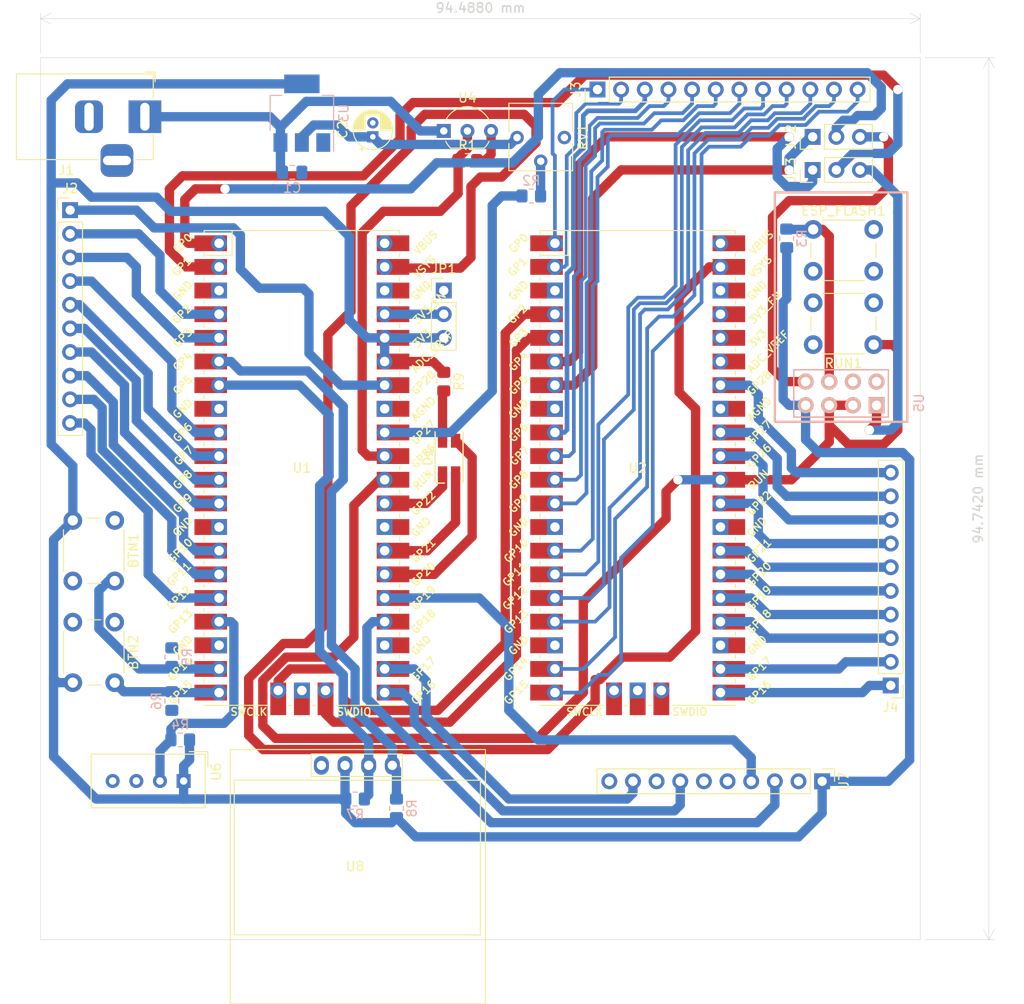
<source format=kicad_pcb>
(kicad_pcb (version 20211014) (generator pcbnew)
  (layers (0 "F.Cu" signal) (31 "B.Cu" signal) (34 "B.Paste" user) (35 "F.Paste" user) (36 "B.SilkS" user "B.Silkscreen") (37 "F.SilkS" user "F.Silkscreen") (38 "B.Mask" user) (39 "F.Mask" user) (44 "Edge.Cuts" user))
  (net 0 "")
  (net 1 "/PICO_BTN1")
  (net 2 "+3V3")
  (net 3 "/PICO_BTN2")
  (net 4 "VDC")
  (net 5 "GND")
  (net 6 "/PICO_RLED")
  (net 7 "/PICO_GLED")
  (net 8 "/PICO_BLED")
  (net 9 "/ESP_FLASH")
  (net 10 "/PICO_GPIO2")
  (net 11 "/PICO_GPIO3")
  (net 12 "/PICO_GPIO6")
  (net 13 "/PICO_GPIO7")
  (net 14 "/PICO_GPIO8")
  (net 15 "/PICO_GPIO9")
  (net 16 "/PICO_GPIO10")
  (net 17 "/PICO_GPIO11")
  (net 18 "/PICO_GPIO12")
  (net 19 "/PROBE_GPIO0")
  (net 20 "/PROBE_GPIO1")
  (net 21 "/PROBE_GPIO6")
  (net 22 "/PROBE_GPIO7")
  (net 23 "/PROBE_GPIO8")
  (net 24 "/PROBE_GPIO9")
  (net 25 "/PROBE_GPIO10")
  (net 26 "/PROBE_GPIO11")
  (net 27 "/PROBE_GPIO12")
  (net 28 "/PROBE_GPIO13")
  (net 29 "/PROBE_GPIO14")
  (net 30 "/PROBE_GPIO15")
  (net 31 "Net-(JP1-Pad2)")
  (net 32 "/PROBE_RX")
  (net 33 "/PICO_GPIO28")
  (net 34 "/ESP_RX")
  (net 35 "/PROBE_TX")
  (net 36 "/ESP_TX")
  (net 37 "/PICO_ADC0")
  (net 38 "Net-(R2-Pad1)")
  (net 39 "/PICO_ADC1")
  (net 40 "/PICO_DHT11")
  (net 41 "/PICO_I2C0_SCL")
  (net 42 "/PICO_I2C0_SDA")
  (net 43 "/RUN")
  (net 44 "/PICO_UART0_TX")
  (net 45 "/PICO_UART0_RX")
  (net 46 "/PICO_SPI0_RX")
  (net 47 "/PICO_SPI0_CSn")
  (net 48 "/PICO_SPI0_SCK")
  (net 49 "/PICO_SPI0_TX")
  (net 50 "/VSYSB")
  (net 52 "/PROBE_SWCLK")
  (net 53 "/PROBE_SWDIO")
  (net 54 "/PROBE_GPIO16")
  (net 55 "/PROBE_GPIO17")
  (net 56 "/PROBE_GPIO18")
  (net 57 "/PROBE_GPIO19")
  (net 58 "/PROBE_GPIO20")
  (net 59 "/PROBE_GPIO21")
  (net 60 "/PROBE_GPIO22")
  (net 62 "/PROBE_GPIO26")
  (net 63 "/PROBE_GPIO27")
  (net 64 "/PROBE_GPIO28")
  (net 65 "Net-(U2-Pad35)")
  (net 72 "Net-(D1-Pad4)")
  (footprint "Resistor_SMD:R_0805_2012Metric_Pad1.20x1.40mm_HandSolder" (layer "F.Cu") (at 121.92 56.769 -90)
    (fp_text reference "R9")
    (fp_text value "330")
  )
  (footprint "Button_Switch_THT:SW_PUSH_6mm_H5mm" (layer "F.Cu") (at 161.596 40.422)
    (fp_text reference "ESP_FLASH1")
    (fp_text value "SW_Push")
  )
  (footprint "Connector_PinHeader_2.54mm:PinHeader_1x12_P2.54mm_Vertical" (layer "F.Cu") (at 138.43 25.4 90)
    (fp_text reference "J3")
    (fp_text value "Conn_01x12")
  )
  (footprint "Connector_PinHeader_2.54mm:PinHeader_1x03_P2.54mm_Vertical" (layer "F.Cu") (at 161.544 30.48 90)
    (fp_text reference "JP2")
    (fp_text value "Conn_01x03")
  )
  (footprint "Connector_PinHeader_2.54mm:PinHeader_1x03_P2.54mm_Vertical" (layer "F.Cu") (at 121.92 46.99)
    (fp_text reference "JP1")
    (fp_text value "Conn_01x03")
  )
  (footprint "LED_SMD:LED_RGB_1210" (layer "F.Cu") (at 122.49 64.869 90)
    (fp_text reference "D1")
    (fp_text value "LED_RGBA")
  )
  (footprint "MCU_RaspberryPi_and_Boards:RPi_Pico_SMD_TH" (layer "F.Cu") (at 142.748 66.04)
    (fp_text reference "U2")
    (fp_text value "Rasbperry Pi Pico Probe")
  )
  (footprint "Connector_PinHeader_2.54mm:PinHeader_1x03_P2.54mm_Vertical" (layer "F.Cu") (at 161.544 34.036 90)
    (fp_text reference "JP3")
    (fp_text value "Conn_01x03")
  )
  (footprint "Capacitor_THT:CP_Radial_D4.0mm_P1.50mm" (layer "F.Cu") (at 114.3 30.48 90)
    (fp_text reference "C2")
    (fp_text value "10u")
  )
  (footprint "Package_TO_SOT_THT:TO-92_Inline_Wide" (layer "F.Cu") (at 121.92 29.845)
    (fp_text reference "U4")
    (fp_text value "LM35-LP")
  )
  (footprint "Connector_BarrelJack:BarrelJack_Horizontal" (layer "F.Cu") (at 89.82 28.32)
    (fp_text reference "J1")
    (fp_text value "Barrel_Jack_MountingPin")
  )
  (footprint "Button_Switch_THT:SW_PUSH_6mm_H5mm" (layer "F.Cu") (at 86.578 82.602 -90)
    (fp_text reference "BTN2")
    (fp_text value "SW_Push")
  )
  (footprint "Button_Switch_THT:SW_PUSH_6mm_H5mm" (layer "F.Cu") (at 168.096 52.796 180)
    (fp_text reference "RUN1")
    (fp_text value "SW_Push")
  )
  (footprint "Connector_PinHeader_2.54mm:PinHeader_1x10_P2.54mm_Vertical" (layer "F.Cu") (at 169.926 89.403 180)
    (fp_text reference "J4")
    (fp_text value "Conn_01x10")
  )
  (footprint "Potentiometer_THT:Potentiometer_Vishay_T73YP_Vertical" (layer "F.Cu") (at 129.794 30.555 -90)
    (fp_text reference "RV1")
    (fp_text value "R_Potentiometer")
  )
  (footprint "Resistor_SMD:R_0805_2012Metric_Pad1.20x1.40mm_HandSolder" (layer "F.Cu") (at 124.46 33.02)
    (fp_text reference "R1")
    (fp_text value "1K")
  )
  (footprint "Button_Switch_THT:SW_PUSH_6mm_H5mm" (layer "F.Cu") (at 86.578 71.68 -90)
    (fp_text reference "BTN1")
    (fp_text value "SW_Push")
  )
  (footprint "Sensor:Aosong_DHT11_5.5x12.0_P2.54mm" (layer "F.Cu") (at 93.98 99.6655 -90)
    (fp_text reference "U6")
    (fp_text value "DHT11")
  )
  (footprint "SSD1306:128x64OLED" (layer "F.Cu") (at 112.395 108.585)
    (fp_text reference "U8")
    (fp_text value "SSD1306")
  )
  (footprint "MCU_RaspberryPi_and_Boards:RPi_Pico_SMD_TH" (layer "F.Cu") (at 106.68 66.04)
    (fp_text reference "U1")
    (fp_text value "Raspberry Pi Pico")
  )
  (footprint "Connector_PinHeader_2.54mm:PinHeader_1x10_P2.54mm_Vertical" (layer "F.Cu") (at 162.56 99.695 -90)
    (fp_text reference "U7")
    (fp_text value "MPU9250")
  )
  (footprint "Connector_PinHeader_2.54mm:PinHeader_1x10_P2.54mm_Vertical" (layer "F.Cu") (at 81.788 38.354)
    (fp_text reference "J2")
    (fp_text value "Conn_01x10")
  )
  (footprint "Resistor_SMD:R_0805_2012Metric_Pad1.20x1.40mm_HandSolder" (layer "B.Cu") (at 92.71 86.36 90)
    (fp_text reference "R5")
    (fp_text value "10K")
  )
  (footprint "Resistor_SMD:R_0805_2012Metric_Pad1.20x1.40mm_HandSolder" (layer "B.Cu") (at 92.71 91.075 -90)
    (fp_text reference "R6")
    (fp_text value "10K")
  )
  (footprint "Resistor_SMD:R_0805_2012Metric_Pad1.20x1.40mm_HandSolder" (layer "B.Cu") (at 116.84 102.6 90)
    (fp_text reference "R8")
    (fp_text value "4K7")
  )
  (footprint "Resistor_SMD:R_0805_2012Metric_Pad1.20x1.40mm_HandSolder" (layer "B.Cu") (at 131.318 36.83 180)
    (fp_text reference "R2")
    (fp_text value "100")
  )
  (footprint "Resistor_SMD:R_0805_2012Metric_Pad1.20x1.40mm_HandSolder" (layer "B.Cu") (at 112.395 101.6)
    (fp_text reference "R7")
    (fp_text value "4K7")
  )
  (footprint "Resistor_SMD:R_0805_2012Metric_Pad1.20x1.40mm_HandSolder" (layer "B.Cu") (at 158.75 41.386 90)
    (fp_text reference "R3")
    (fp_text value "10K")
  )
  (footprint "ESP Libraries:ESP-01" (layer "B.Cu") (at 168.402 59.309 90)
    (fp_text reference "U5")
    (fp_text value "ESP-01")
  )
  (footprint "Capacitor_SMD:C_0805_2012Metric_Pad1.18x1.45mm_HandSolder" (layer "B.Cu") (at 105.6425 34.29)
    (fp_text reference "C1")
    (fp_text value "10u")
  )
  (footprint "Resistor_SMD:R_0805_2012Metric_Pad1.20x1.40mm_HandSolder" (layer "B.Cu") (at 93.615 95.25 180)
    (fp_text reference "R4")
    (fp_text value "4K7")
  )
  (footprint "Package_TO_SOT_SMD:SOT-223-3_TabPin2" (layer "B.Cu") (at 106.68 27.94 90)
    (fp_text reference "U3")
    (fp_text value "AMS1117-3.3")
  )
  (gr_rect (start 78.613 21.971) (end 173.101 116.713) (layer "Edge.Cuts") (width 0.05) (fill none))
  (dimension (type aligned) (layer "Edge.Cuts") (pts (xy 78.613 21.971) (xy 173.101 21.971)) (height -4.191) (gr_text "94.4880 mm" (at 125.857 16.63) (layer "Edge.Cuts") (effects (font (size 1 1) (thickness 0.15)))) (format (units 3) (units_format 1) (precision 4)) (style (thickness 0.05) (arrow_length 1.27) (text_position_mode 0) (extension_height 0.58642) (extension_offset 0.5) keep_text_aligned))
  (dimension (type aligned) (layer "Edge.Cuts") (pts (xy 173.101 116.713) (xy 173.101 21.971)) (height 7.366) (gr_text "94.7420 mm" (at 179.317 69.342 90) (layer "Edge.Cuts") (effects (font (size 1 1) (thickness 0.15)))) (format (units 3) (units_format 1) (precision 4)) (style (thickness 0.05) (arrow_length 1.27) (text_position_mode 0) (extension_height 0.58642) (extension_offset 0.5) keep_text_aligned))
  (segment (start 89.202527 87.63) (end 92.44 87.63) (width 1) (layer "B.Cu") (net 1))
  (segment (start 84.878489 83.305962) (end 89.202527 87.63) (width 1) (layer "B.Cu") (net 1))
  (segment (start 86.526 78.232) (end 85.852 78.232) (width 1) (layer "B.Cu") (net 1))
  (segment (start 92.44 87.63) (end 92.71 87.36) (width 1) (layer "B.Cu") (net 1))
  (segment (start 92.98 87.63) (end 92.71 87.36) (width 1) (layer "B.Cu") (net 1))
  (segment (start 85.852 78.232) (end 84.878489 79.205511) (width 1) (layer "B.Cu") (net 1))
  (segment (start 97.79 87.63) (end 92.98 87.63) (width 1) (layer "B.Cu") (net 1))
  (segment (start 84.878489 79.205511) (end 84.878489 83.305962) (width 1) (layer "B.Cu") (net 1))
  (segment (start 86.578 78.18) (end 86.526 78.232) (width 1) (layer "B.Cu") (net 1))
  (segment (start 115.57 54.61) (end 120.761 54.61) (width 1) (layer "F.Cu") (net 2))
  (segment (start 120.761 54.61) (end 121.92 55.769) (width 1) (layer "F.Cu") (net 2))
  (segment (start 107.95 29.21) (end 106.68 30.48) (width 1) (layer "B.Cu") (net 2))
  (segment (start 160.782 62.992) (end 160.782 59.309) (width 1) (layer "B.Cu") (net 2))
  (segment (start 109.093 38.481) (end 92.583 38.481) (width 1) (layer "B.Cu") (net 2))
  (segment (start 84.074 36.957) (end 82.55 35.433) (width 1) (layer "B.Cu") (net 2))
  (segment (start 159.004 59.309) (end 158.369 58.674) (width 1) (layer "B.Cu") (net 2))
  (segment (start 93.98 101.6) (end 84.582 101.6) (width 1) (layer "B.Cu") (net 2))
  (segment (start 91.059 36.957) (end 84.074 36.957) (width 1) (layer "B.Cu") (net 2))
  (segment (start 80.01 73.748) (end 82.078 71.68) (width 1) (layer "B.Cu") (net 2))
  (segment (start 106.68 30.48) (end 106.68 31.09) (width 1) (layer "B.Cu") (net 2))
  (segment (start 171.958 97.409) (end 171.958 65.151) (width 1) (layer "B.Cu") (net 2))
  (segment (start 111.395 101.6) (end 96.52 101.6) (width 1) (layer "B.Cu") (net 2))
  (segment (start 93.98 99.6655) (end 93.98 98.044) (width 1) (layer "B.Cu") (net 2))
  (segment (start 115.57 52.07) (end 121.92 52.07) (width 1) (layer "B.Cu") (net 2))
  (segment (start 79.883 35.433) (end 79.756 35.56) (width 1) (layer "B.Cu") (net 2))
  (segment (start 115.57 52.07) (end 113.665 52.07) (width 1) (layer "B.Cu") (net 2))
  (segment (start 111.395 101.6) (end 111.395 103.14) (width 1) (layer "B.Cu") (net 2))
  (segment (start 80.01 88.646) (end 80.01 73.748) (width 1) (layer "B.Cu") (net 2))
  (segment (start 116.3 104.14) (end 116.84 103.6) (width 1) (layer "B.Cu") (net 2))
  (segment (start 162.56 99.695) (end 162.56 103.124) (width 1) (layer "B.Cu") (net 2))
  (segment (start 111.395 103.14) (end 112.395 104.14) (width 1) (layer "B.Cu") (net 2))
  (segment (start 158.75 42.386) (end 158.75 47.879) (width 1) (layer "B.Cu") (net 2))
  (segment (start 160.782 59.309) (end 159.004 59.309) (width 1) (layer "B.Cu") (net 2))
  (segment (start 92.583 38.481) (end 91.059 36.957) (width 1) (layer "B.Cu") (net 2))
  (segment (start 80.01 97.028) (end 80.01 88.646) (width 1) (layer "B.Cu") (net 2))
  (segment (start 93.98 98.044) (end 94.615 97.409) (width 1) (layer "B.Cu") (net 2))
  (segment (start 79.756 35.56) (end 79.756 26.543) (width 1) (layer "B.Cu") (net 2))
  (segment (start 93.98 101.6) (end 93.98 99.6655) (width 1) (layer "B.Cu") (net 2))
  (segment (start 112.395 104.14) (end 116.3 104.14) (width 1) (layer "B.Cu") (net 2))
  (segment (start 82.931 99.949) (end 83.394011 100.412011) (width 1) (layer "B.Cu") (net 2))
  (segment (start 110.49 29.21) (end 107.95 29.21) (width 1) (layer "B.Cu") (net 2))
  (segment (start 111.315 97.985) (end 111.315 101.52) (width 1) (layer "B.Cu") (net 2))
  (segment (start 158.75 47.879) (end 158.369 48.26) (width 1) (layer "B.Cu") (net 2))
  (segment (start 80.01 97.028) (end 82.931 99.949) (width 1) (layer "B.Cu") (net 2))
  (segment (start 171.958 65.151) (end 171.196 64.389) (width 1) (layer "B.Cu") (net 2))
  (segment (start 111.76 41.148) (end 109.093 38.481) (width 1) (layer "B.Cu") (net 2))
  (segment (start 80.01 88.646) (end 80.466 89.102) (width 1) (layer "B.Cu") (net 2))
  (segment (start 111.315 101.52) (end 111.395 101.6) (width 1) (layer "B.Cu") (net 2))
  (segment (start 84.582 101.6) (end 82.931 99.949) (width 1) (layer "B.Cu") (net 2))
  (segment (start 96.52 101.6) (end 93.98 101.6) (width 1) (layer "B.Cu") (net 2))
  (segment (start 162.56 99.695) (end 169.672 99.695) (width 1) (layer "B.Cu") (net 2))
  (segment (start 129.054489 31.294511) (end 129.794 30.555) (width 1) (layer "B.Cu") (net 2))
  (segment (start 118.904 105.664) (end 116.84 103.6) (width 1) (layer "B.Cu") (net 2))
  (segment (start 81.509 24.79) (end 106.68 24.79) (width 1) (layer "B.Cu") (net 2))
  (segment (start 111.76 30.48) (end 110.49 29.21) (width 1) (layer "B.Cu") (net 2))
  (segment (start 82.078 71.68) (end 82.078 65.822) (width 1) (layer "B.Cu") (net 2))
  (segment (start 82.55 35.433) (end 79.883 35.433) (width 1) (layer "B.Cu") (net 2))
  (segment (start 114.3 30.48) (end 115.114511 31.294511) (width 1) (layer "B.Cu") (net 2))
  (segment (start 113.665 52.07) (end 111.76 50.165) (width 1) (layer "B.Cu") (net 2))
  (segment (start 162.179 64.389) (end 160.782 62.992) (width 1) (layer "B.Cu") (net 2))
  (segment (start 171.196 64.389) (end 162.179 64.389) (width 1) (layer "B.Cu") (net 2))
  (segment (start 162.56 103.124) (end 160.02 105.664) (width 1) (layer "B.Cu") (net 2))
  (segment (start 111.76 50.165) (end 111.76 41.148) (width 1) (layer "B.Cu") (net 2))
  (segment (start 79.756 63.5) (end 79.756 35.56) (width 1) (layer "B.Cu") (net 2))
  (segment (start 169.672 99.695) (end 171.958 97.409) (width 1) (layer "B.Cu") (net 2))
  (segment (start 82.078 65.822) (end 79.756 63.5) (width 1) (layer "B.Cu") (net 2))
  (segment (start 114.3 30.48) (end 111.76 30.48) (width 1) (layer "B.Cu") (net 2))
  (segment (start 79.756 26.543) (end 81.509 24.79) (width 1) (layer "B.Cu") (net 2))
  (segment (start 115.114511 31.294511) (end 129.054489 31.294511) (width 1) (layer "B.Cu") (net 2))
  (segment (start 160.02 105.664) (end 118.904 105.664) (width 1) (layer "B.Cu") (net 2))
  (segment (start 158.369 58.674) (end 158.369 48.26) (width 1) (layer "B.Cu") (net 2))
  (segment (start 94.615 97.409) (end 94.615 95.25) (width 1) (layer "B.Cu") (net 2))
  (segment (start 115.57 54.61) (end 115.57 52.07) (width 1) (layer "B.Cu") (net 2))
  (segment (start 80.466 89.102) (end 82.078 89.102) (width 1) (layer "B.Cu") (net 2))
  (segment (start 97.79 90.17) (end 92.805 90.17) (width 1) (layer "B.Cu") (net 3))
  (segment (start 87.551 90.075) (end 86.578 89.102) (width 1) (layer "B.Cu") (net 3))
  (segment (start 92.805 90.17) (end 92.71 90.075) (width 1) (layer "B.Cu") (net 3))
  (segment (start 92.71 90.075) (end 87.551 90.075) (width 1) (layer "B.Cu") (net 3))
  (segment (start 119.38 29.845) (end 116.205 26.67) (width 1) (layer "B.Cu") (net 4))
  (segment (start 107.16 26.67) (end 104.38 29.45) (width 1) (layer "B.Cu") (net 4))
  (segment (start 89.82 28.32) (end 103.25 28.32) (width 1) (layer "B.Cu") (net 4))
  (segment (start 121.92 29.845) (end 119.38 29.845) (width 1) (layer "B.Cu") (net 4))
  (segment (start 104.38 34.065) (end 104.605 34.29) (width 1) (layer "B.Cu") (net 4))
  (segment (start 103.25 28.32) (end 104.38 29.45) (width 1) (layer "B.Cu") (net 4))
  (segment (start 104.38 31.09) (end 104.38 34.065) (width 1) (layer "B.Cu") (net 4))
  (segment (start 104.38 29.45) (end 104.38 31.09) (width 1) (layer "B.Cu") (net 4))
  (segment (start 116.205 26.67) (end 107.16 26.67) (width 1) (layer "B.Cu") (net 4))
  (segment (start 125.46 33.02) (end 126.365 33.02) (width 1) (layer "F.Cu") (net 5))
  (segment (start 126.365 33.02) (end 127 32.385) (width 1) (layer "F.Cu") (net 5))
  (segment (start 127 32.385) (end 127 29.845) (width 1) (layer "F.Cu") (net 5))
  (segment (start 121.79 68.075) (end 120.015 69.85) (width 1) (layer "F.Cu") (net 6))
  (segment (start 120.015 69.85) (end 115.57 69.85) (width 1) (layer "F.Cu") (net 6))
  (segment (start 121.79 66.619) (end 121.79 68.075) (width 1) (layer "F.Cu") (net 6))
  (segment (start 123.19 71.882) (end 123.19 66.619) (width 1) (layer "F.Cu") (net 7))
  (segment (start 120.142 74.93) (end 123.19 71.882) (width 1) (layer "F.Cu") (net 7))
  (segment (start 115.57 74.93) (end 120.142 74.93) (width 1) (layer "F.Cu") (net 7))
  (segment (start 115.635 74.995) (end 115.57 74.93) (width 1) (layer "F.Cu") (net 7))
  (segment (start 123.19 63.119) (end 124.968 64.897) (width 1) (layer "F.Cu") (net 8))
  (segment (start 124.968 73.406) (end 120.904 77.47) (width 1) (layer "F.Cu") (net 8))
  (segment (start 120.904 77.47) (end 115.57 77.47) (width 1) (layer "F.Cu") (net 8))
  (segment (start 124.968 64.897) (end 124.968 73.406) (width 1) (layer "F.Cu") (net 8))
  (segment (start 163.322 41.148) (end 162.596 40.422) (width 1) (layer "F.Cu") (net 9))
  (segment (start 161.56 40.386) (end 161.596 40.422) (width 1) (layer "F.Cu") (net 9))
  (segment (start 162.596 40.422) (end 161.596 40.422) (width 1) (layer "F.Cu") (net 9))
  (segment (start 163.322 56.769) (end 163.322 41.148) (width 1) (layer "F.Cu") (net 9))
  (segment (start 158.786 40.422) (end 158.75 40.386) (width 1) (layer "B.Cu") (net 9))
  (segment (start 161.596 40.422) (end 158.786 40.422) (width 1) (layer "B.Cu") (net 9))
  (segment (start 93.98 49.53) (end 91.44 46.99) (width 1) (layer "B.Cu") (net 10))
  (segment (start 89.154 40.894) (end 82.296 40.894) (width 1) (layer "B.Cu") (net 10))
  (segment (start 97.79 49.53) (end 93.98 49.53) (width 1) (layer "B.Cu") (net 10))
  (segment (start 91.44 46.99) (end 91.44 43.18) (width 1) (layer "B.Cu") (net 10))
  (segment (start 91.44 43.18) (end 89.154 40.894) (width 1) (layer "B.Cu") (net 10))
  (segment (start 97.79 52.07) (end 93.553622 52.07) (width 1) (layer "B.Cu") (net 11))
  (segment (start 87.884 43.434) (end 82.296 43.434) (width 1) (layer "B.Cu") (net 11))
  (segment (start 93.553622 52.07) (end 88.9 47.416378) (width 1) (layer "B.Cu") (net 11))
  (segment (start 88.9 44.45) (end 87.884 43.434) (width 1) (layer "B.Cu") (net 11))
  (segment (start 88.9 47.416378) (end 88.9 44.45) (width 1) (layer "B.Cu") (net 11))
  (segment (start 84.074 45.974) (end 82.296 45.974) (width 1) (layer "B.Cu") (net 12))
  (segment (start 92.71 59.69) (end 92.71 54.61) (width 1) (layer "B.Cu") (net 12))
  (segment (start 95.25 62.23) (end 92.71 59.69) (width 1) (layer "B.Cu") (net 12))
  (segment (start 97.79 62.23) (end 95.25 62.23) (width 1) (layer "B.Cu") (net 12))
  (segment (start 92.71 54.61) (end 84.074 45.974) (width 1) (layer "B.Cu") (net 12))
  (segment (start 82.804 48.514) (end 82.296 48.514) (width 1) (layer "B.Cu") (net 13))
  (segment (start 90.17 59.69) (end 90.17 55.88) (width 1) (layer "B.Cu") (net 13))
  (segment (start 95.25 64.77) (end 90.17 59.69) (width 1) (layer "B.Cu") (net 13))
  (segment (start 90.17 55.88) (end 82.804 48.514) (width 1) (layer "B.Cu") (net 13))
  (segment (start 97.79 64.77) (end 95.25 64.77) (width 1) (layer "B.Cu") (net 13))
  (segment (start 88.9 56.642) (end 83.312 51.054) (width 1) (layer "B.Cu") (net 14))
  (segment (start 97.79 67.31) (end 95.25 67.31) (width 1) (layer "B.Cu") (net 14))
  (segment (start 83.312 51.054) (end 82.296 51.054) (width 1) (layer "B.Cu") (net 14))
  (segment (start 95.25 67.31) (end 88.9 60.96) (width 1) (layer "B.Cu") (net 14))
  (segment (start 88.9 60.96) (end 88.9 56.642) (width 1) (layer "B.Cu") (net 14))
  (segment (start 87.63 57.15) (end 84.074 53.594) (width 1) (layer "B.Cu") (net 15))
  (segment (start 87.63 62.23) (end 87.63 57.15) (width 1) (layer "B.Cu") (net 15))
  (segment (start 84.074 53.594) (end 82.296 53.594) (width 1) (layer "B.Cu") (net 15))
  (segment (start 97.79 69.85) (end 95.25 69.85) (width 1) (layer "B.Cu") (net 15))
  (segment (start 95.25 69.85) (end 87.63 62.23) (width 1) (layer "B.Cu") (net 15))
  (segment (start 95.25 74.93) (end 97.79 74.93) (width 1) (layer "B.Cu") (net 16))
  (segment (start 83.576 56.134) (end 86.43048 58.98848) (width 1) (layer "B.Cu") (net 16))
  (segment (start 93.98 71.12) (end 93.98 73.66) (width 1) (layer "B.Cu") (net 16))
  (segment (start 93.98 73.66) (end 95.25 74.93) (width 1) (layer "B.Cu") (net 16))
  (segment (start 82.296 56.134) (end 83.576 56.134) (width 1) (layer "B.Cu") (net 16))
  (segment (start 86.43048 63.57048) (end 93.98 71.12) (width 1) (layer "B.Cu") (net 16))
  (segment (start 86.43048 58.98848) (end 86.43048 63.57048) (width 1) (layer "B.Cu") (net 16))
  (segment (start 97.79 77.47) (end 95.25 77.47) (width 1) (layer "B.Cu") (net 17))
  (segment (start 92.71 71.546378) (end 85.23096 64.067337) (width 1) (layer "B.Cu") (net 17))
  (segment (start 92.71 74.93) (end 92.71 71.546378) (width 1) (layer "B.Cu") (net 17))
  (segment (start 85.23096 64.067337) (end 85.23096 59.57696) (width 1) (layer "B.Cu") (net 17))
  (segment (start 95.25 77.47) (end 92.71 74.93) (width 1) (layer "B.Cu") (net 17))
  (segment (start 84.328 58.674) (end 82.296 58.674) (width 1) (layer "B.Cu") (net 17))
  (segment (start 85.23096 59.57696) (end 84.328 58.674) (width 1) (layer "B.Cu") (net 17))
  (segment (start 82.296 61.214) (end 83.312 61.214) (width 1) (layer "B.Cu") (net 18))
  (segment (start 90.17 77.47) (end 92.71 80.01) (width 1) (layer "B.Cu") (net 18))
  (segment (start 90.17 70.702756) (end 90.17 77.47) (width 1) (layer "B.Cu") (net 18))
  (segment (start 92.71 80.01) (end 97.79 80.01) (width 1) (layer "B.Cu") (net 18))
  (segment (start 84.03144 61.93344) (end 84.03144 64.564196) (width 1) (layer "B.Cu") (net 18))
  (segment (start 84.03144 64.564196) (end 90.17 70.702756) (width 1) (layer "B.Cu") (net 18))
  (segment (start 83.312 61.214) (end 84.03144 61.93344) (width 1) (layer "B.Cu") (net 18))
  (segment (start 133.858 41.91) (end 133.858 32.512) (width 0.4) (layer "B.Cu") (net 19))
  (segment (start 133.858 32.512) (end 133.604 32.258) (width 0.4) (layer "B.Cu") (net 19))
  (segment (start 138.43 25.4) (end 134.874 25.4) (width 0.4) (layer "B.Cu") (net 19))
  (segment (start 134.874 25.4) (end 133.604 26.67) (width 0.4) (layer "B.Cu") (net 19))
  (segment (start 133.604 26.67) (end 133.604 32.258) (width 0.4) (layer "B.Cu") (net 19))
  (segment (start 140.97 25.4) (end 140.97 26.67) (width 0.4) (layer "B.Cu") (net 20))
  (segment (start 135.128 32.512) (end 135.128 44.196) (width 0.4) (layer "B.Cu") (net 20))
  (segment (start 137.16 26.924) (end 136.144 27.94) (width 0.4) (layer "B.Cu") (net 20))
  (segment (start 140.97 26.67) (end 140.716 26.924) (width 0.4) (layer "B.Cu") (net 20))
  (segment (start 134.874 44.45) (end 133.858 44.45) (width 0.4) (layer "B.Cu") (net 20))
  (segment (start 135.128 44.196) (end 134.874 44.45) (width 0.4) (layer "B.Cu") (net 20))
  (segment (start 136.144 31.496) (end 135.128 32.512) (width 0.4) (layer "B.Cu") (net 20))
  (segment (start 140.716 26.924) (end 137.16 26.924) (width 0.4) (layer "B.Cu") (net 20))
  (segment (start 136.144 27.94) (end 136.144 31.496) (width 0.4) (layer "B.Cu") (net 20))
  (segment (start 135.157511 61.946489) (end 134.874 62.23) (width 0.5) (layer "B.Cu") (net 21))
  (segment (start 136.80856 31.75) (end 135.84128 32.71728) (width 0.5) (layer "B.Cu") (net 21))
  (segment (start 136.906 31.75) (end 136.80856 31.75) (width 0.5) (layer "B.Cu") (net 21))
  (segment (start 135.84128 44.49872) (end 135.157511 45.182489) (width 0.5) (layer "B.Cu") (net 21))
  (segment (start 142.748 27.432) (end 142.494 27.686) (width 0.5) (layer "B.Cu") (net 21))
  (segment (start 143.51 26.67) (end 143.51 25.146) (width 0.5) (layer "B.Cu") (net 21))
  (segment (start 135.84128 32.71728) (end 135.84128 44.49872) (width 0.5) (layer "B.Cu") (net 21))
  (segment (start 134.874 62.23) (end 133.858 62.23) (width 0.5) (layer "B.Cu") (net 21))
  (segment (start 142.494 27.686) (end 137.414 27.686) (width 0.5) (layer "B.Cu") (net 21))
  (segment (start 142.748 27.432) (end 143.51 26.67) (width 0.5) (layer "B.Cu") (net 21))
  (segment (start 136.906 28.194) (end 136.906 31.75) (width 0.5) (layer "B.Cu") (net 21))
  (segment (start 135.157511 45.182489) (end 135.157511 61.946489) (width 0.5) (layer "B.Cu") (net 21))
  (segment (start 137.414 27.686) (end 136.906 28.194) (width 0.5) (layer "B.Cu") (net 21))
  (segment (start 136.4908 44.8652) (end 135.89 45.466) (width 0.4) (layer "B.Cu") (net 22))
  (segment (start 136.4908 32.98632) (end 136.4908 44.8652) (width 0.4) (layer "B.Cu") (net 22))
  (segment (start 137.55552 29.32248) (end 137.55552 32.019039) (width 0.4) (layer "B.Cu") (net 22))
  (segment (start 137.55552 32.019039) (end 136.651999 32.92256) (width 0.4) (layer "B.Cu") (net 22))
  (segment (start 137.55552 29.32248) (end 138.43 28.448) (width 0.4) (layer "B.Cu") (net 22))
  (segment (start 136.55456 32.92256) (end 136.4908 32.98632) (width 0.4) (layer "B.Cu") (net 22))
  (segment (start 135.89 45.466) (end 135.89 64.262) (width 0.4) (layer "B.Cu") (net 22))
  (segment (start 142.748 28.448) (end 138.43 28.448) (width 0.4) (layer "B.Cu") (net 22))
  (segment (start 135.89 64.262) (end 135.382 64.77) (width 0.4) (layer "B.Cu") (net 22))
  (segment (start 146.05 26.67) (end 146.05 25.146) (width 0.4) (layer "B.Cu") (net 22))
  (segment (start 146.05 26.67) (end 145.542 27.178) (width 0.4) (layer "B.Cu") (net 22))
  (segment (start 135.382 64.77) (end 133.858 64.77) (width 0.4) (layer "B.Cu") (net 22))
  (segment (start 136.651999 32.92256) (end 136.55456 32.92256) (width 0.4) (layer "B.Cu") (net 22))
  (segment (start 145.542 27.178) (end 144.018 27.178) (width 0.4) (layer "B.Cu") (net 22))
  (segment (start 144.018 27.178) (end 142.748 28.448) (width 0.4) (layer "B.Cu") (net 22))
  (segment (start 147.574 27.94) (end 144.526 27.94) (width 0.4) (layer "B.Cu") (net 23))
  (segment (start 143.41848 29.04752) (end 138.67833 29.04752) (width 0.4) (layer "B.Cu") (net 23))
  (segment (start 138.67833 29.04752) (end 138.176 29.54985) (width 0.4) (layer "B.Cu") (net 23))
  (segment (start 137.16 33.528) (end 137.16 45.466) (width 0.4) (layer "B.Cu") (net 23))
  (segment (start 136.144 67.31) (end 133.858 67.31) (width 0.4) (layer "B.Cu") (net 23))
  (segment (start 136.652 66.802) (end 136.144 67.31) (width 0.4) (layer "B.Cu") (net 23))
  (segment (start 144.526 27.94) (end 143.41848 29.04752) (width 0.4) (layer "B.Cu") (net 23))
  (segment (start 138.176 32.512) (end 137.16 33.528) (width 0.4) (layer "B.Cu") (net 23))
  (segment (start 148.59 25.4) (end 148.59 26.924) (width 0.4) (layer "B.Cu") (net 23))
  (segment (start 138.176 29.54985) (end 138.176 32.512) (width 0.4) (layer "B.Cu") (net 23))
  (segment (start 136.652 45.974) (end 136.652 66.802) (width 0.4) (layer "B.Cu") (net 23))
  (segment (start 148.59 26.924) (end 147.574 27.94) (width 0.4) (layer "B.Cu") (net 23))
  (segment (start 137.16 45.466) (end 136.652 45.974) (width 0.4) (layer "B.Cu") (net 23))
  (segment (start 150.876 27.178) (end 149.18385 27.178) (width 0.4) (layer "B.Cu") (net 24))
  (segment (start 137.75952 45.714329) (end 137.25152 46.222329) (width 0.4) (layer "B.Cu") (net 24))
  (segment (start 137.25152 68.74248) (end 136.144 69.85) (width 0.4) (layer "B.Cu") (net 24))
  (segment (start 137.25152 46.222329) (end 137.25152 68.74248) (width 0.4) (layer "B.Cu") (net 24))
  (segment (start 149.18385 27.178) (end 147.65985 28.702) (width 0.4) (layer "B.Cu") (net 24))
  (segment (start 151.13 25.4) (end 151.13 26.924) (width 0.4) (layer "B.Cu") (net 24))
  (segment (start 136.144 69.85) (end 133.858 69.85) (width 0.4) (layer "B.Cu") (net 24))
  (segment (start 151.13 26.924) (end 150.876 27.178) (width 0.4) (layer "B.Cu") (net 24))
  (segment (start 139.192 29.718) (end 138.938 29.972) (width 0.4) (layer "B.Cu") (net 24))
  (segment (start 138.938 29.972) (end 138.938 33.02) (width 0.4) (layer "B.Cu") (net 24))
  (segment (start 137.75952 34.19848) (end 137.75952 45.714329) (width 0.4) (layer "B.Cu") (net 24))
  (segment (start 144.272 29.718) (end 139.192 29.718) (width 0.4) (layer "B.Cu") (net 24))
  (segment (start 145.288 28.702) (end 144.272 29.718) (width 0.4) (layer "B.Cu") (net 24))
  (segment (start 138.938 33.02) (end 137.75952 34.19848) (width 0.4) (layer "B.Cu") (net 24))
  (segment (start 147.65985 28.702) (end 145.288 28.702) (width 0.4) (layer "B.Cu") (net 24))
  (segment (start 139.53752 33.69048) (end 138.43 34.798) (width 0.4) (layer "B.Cu") (net 25))
  (segment (start 138.43 45.974) (end 137.922 46.482) (width 0.4) (layer "B.Cu") (net 25))
  (segment (start 146.97448 30.31752) (end 139.86248 30.31752) (width 0.4) (layer "B.Cu") (net 25))
  (segment (start 149.352 27.94) (end 146.97448 30.31752) (width 0.4) (layer "B.Cu") (net 25))
  (segment (start 136.652 74.93) (end 133.858 74.93) (width 0.4) (layer "B.Cu") (net 25))
  (segment (start 153.67 25.4) (end 153.67 26.924) (width 0.4) (layer "B.Cu") (net 25))
  (segment (start 137.922 73.66) (end 136.652 74.93) (width 0.4) (layer "B.Cu") (net 25))
  (segment (start 139.53752 30.64248) (end 139.53752 33.69048) (width 0.4) (layer "B.Cu") (net 25))
  (segment (start 137.922 46.482) (end 137.922 73.66) (width 0.4) (layer "B.Cu") (net 25))
  (segment (start 152.654 27.94) (end 149.352 27.94) (width 0.4) (layer "B.Cu") (net 25))
  (segment (start 139.86248 30.31752) (end 139.53752 30.64248) (width 0.4) (layer "B.Cu") (net 25))
  (segment (start 153.67 26.924) (end 152.654 27.94) (width 0.4) (layer "B.Cu") (net 25))
  (segment (start 138.43 34.798) (end 138.43 45.974) (width 0.4) (layer "B.Cu") (net 25))
  (segment (start 154.178 27.432) (end 152.908 28.702) (width 0.4) (layer "B.Cu") (net 26))
  (segment (start 141.732 48.768) (end 141.732 58.166) (width 0.4) (layer "B.Cu") (net 26))
  (segment (start 149.43785 28.702) (end 146.822521 31.317329) (width 0.4) (layer "B.Cu") (net 26))
  (segment (start 155.956 27.432) (end 154.178 27.432) (width 0.4) (layer "B.Cu") (net 26))
  (segment (start 138.52152 76.10848) (end 137.16 77.47) (width 0.4) (layer "B.Cu") (net 26))
  (segment (start 142.748 47.752) (end 141.732 48.768) (width 0.4) (layer "B.Cu") (net 26))
  (segment (start 146.822521 46.471479) (end 145.542 47.752) (width 0.4) (layer "B.Cu") (net 26))
  (segment (start 138.52152 61.37648) (end 138.52152 76.10848) (width 0.4) (layer "B.Cu") (net 26))
  (segment (start 137.16 77.47) (end 133.858 77.47) (width 0.4) (layer "B.Cu") (net 26))
  (segment (start 146.822521 31.317329) (end 146.822521 46.471479) (width 0.4) (layer "B.Cu") (net 26))
  (segment (start 156.21 27.178) (end 155.956 27.432) (width 0.4) (layer "B.Cu") (net 26))
  (segment (start 141.732 58.166) (end 138.52152 61.37648) (width 0.4) (layer "B.Cu") (net 26))
  (segment (start 145.542 47.752) (end 142.748 47.752) (width 0.4) (layer "B.Cu") (net 26))
  (segment (start 156.21 25.4) (end 156.21 27.178) (width 0.4) (layer "B.Cu") (net 26))
  (segment (start 152.908 28.702) (end 149.43785 28.702) (width 0.4) (layer "B.Cu") (net 26))
  (segment (start 158.75 25.4) (end 158.75 26.924) (width 0.4) (layer "B.Cu") (net 27))
  (segment (start 157.226 27.178) (end 156.337 28.067) (width 0.4) (layer "B.Cu") (net 27))
  (segment (start 142.99633 48.35152) (end 142.33152 49.01633) (width 0.4) (layer "B.Cu") (net 27))
  (segment (start 153.162 29.464) (end 149.606 29.464) (width 0.4) (layer "B.Cu") (net 27))
  (segment (start 147.489925 46.651924) (end 145.790329 48.35152) (width 0.4) (layer "B.Cu") (net 27))
  (segment (start 142.33152 59.78152) (end 139.12104 62.992) (width 0.4) (layer "B.Cu") (net 27))
  (segment (start 139.12104 62.992) (end 139.12104 78.55696) (width 0.4) (layer "B.Cu") (net 27))
  (segment (start 142.33152 49.01633) (end 142.33152 59.78152) (width 0.4) (layer "B.Cu") (net 27))
  (segment (start 156.337 28.067) (end 154.559 28.067) (width 0.4) (layer "B.Cu") (net 27))
  (segment (start 139.12104 78.55696) (end 137.668 80.01) (width 0.4) (layer "B.Cu") (net 27))
  (segment (start 145.790329 48.35152) (end 142.99633 48.35152) (width 0.4) (layer "B.Cu") (net 27))
  (segment (start 158.75 26.924) (end 158.496 27.178) (width 0.4) (layer "B.Cu") (net 27))
  (segment (start 149.606 29.464) (end 147.489925 31.580075) (width 0.4) (layer "B.Cu") (net 27))
  (segment (start 158.496 27.178) (end 157.226 27.178) (width 0.4) (layer "B.Cu") (net 27))
  (segment (start 137.668 80.01) (end 133.858 80.01) (width 0.4) (layer "B.Cu") (net 27))
  (segment (start 154.559 28.067) (end 153.162 29.464) (width 0.4) (layer "B.Cu") (net 27))
  (segment (start 147.489925 31.580075) (end 147.489925 46.651924) (width 0.4) (layer "B.Cu") (net 27))
  (segment (start 143.002 49.53) (end 143.51 49.022) (width 0.4) (layer "B.Cu") (net 28))
  (segment (start 148.16785 46.821849) (end 148.16785 31.91815) (width 0.4) (layer "B.Cu") (net 28))
  (segment (start 139.72056 81.00544) (end 139.72056 70.33744) (width 0.4) (layer "B.Cu") (net 28))
  (segment (start 133.858 82.55) (end 138.176 82.55) (width 0.4) (layer "B.Cu") (net 28))
  (segment (start 148.16785 31.91815) (end 150.02248 30.06352) (width 0.4) (layer "B.Cu") (net 28))
  (segment (start 156.718 28.702) (end 157.48 27.94) (width 0.4) (layer "B.Cu") (net 28))
  (segment (start 143.002 67.056) (end 143.002 49.53) (width 0.4) (layer "B.Cu") (net 28))
  (segment (start 139.72056 70.33744) (end 143.002 67.056) (width 0.4) (layer "B.Cu") (net 28))
  (segment (start 153.57848 30.06352) (end 154.94 28.702) (width 0.4) (layer "B.Cu") (net 28))
  (segment (start 161.29 26.924) (end 161.29 25.4) (width 0.4) (layer "B.Cu") (net 28))
  (segment (start 154.94 28.702) (end 156.718 28.702) (width 0.4) (layer "B.Cu") (net 28))
  (segment (start 138.176 82.55) (end 139.72056 81.00544) (width 0.4) (layer "B.Cu") (net 28))
  (segment (start 157.48 27.94) (end 160.274 27.94) (width 0.4) (layer "B.Cu") (net 28))
  (segment (start 150.02248 30.06352) (end 153.57848 30.06352) (width 0.4) (layer "B.Cu") (net 28))
  (segment (start 143.51 49.022) (end 145.967698 49.022) (width 0.4) (layer "B.Cu") (net 28))
  (segment (start 145.967698 49.022) (end 148.16785 46.821849) (width 0.4) (layer "B.Cu") (net 28))
  (segment (start 160.274 27.94) (end 161.29 26.924) (width 0.4) (layer "B.Cu") (net 28))
  (segment (start 140.32008 84.21592) (end 140.32008 71.51592) (width 0.4) (layer "B.Cu") (net 29))
  (segment (start 133.858 87.63) (end 136.906 87.63) (width 0.4) (layer "B.Cu") (net 29))
  (segment (start 161.88385 27.178) (end 163.322 27.178) (width 0.4) (layer "B.Cu") (net 29))
  (segment (start 146.558 49.784) (end 148.844 47.498) (width 0.4) (layer "B.Cu") (net 29))
  (segment (start 156.76376 29.50976) (end 157.734 28.53952) (width 0.4) (layer "B.Cu") (net 29))
  (segment (start 148.844 47.498) (end 148.844 32.258) (width 0.4) (layer "B.Cu") (net 29))
  (segment (start 143.764 68.072) (end 143.764 51.054) (width 0.4) (layer "B.Cu") (net 29))
  (segment (start 157.734 28.53952) (end 160.61952 28.53952) (width 0.4) (layer "B.Cu") (net 29))
  (segment (start 150.368 30.734) (end 153.75585 30.734) (width 0.4) (layer "B.Cu") (net 29))
  (segment (start 160.61952 28.44233) (end 161.88385 27.178) (width 0.4) (layer "B.Cu") (net 29))
  (segment (start 148.844 32.258) (end 150.368 30.734) (width 0.4) (layer "B.Cu") (net 29))
  (segment (start 143.764 51.054) (end 145.034 49.784) (width 0.4) (layer "B.Cu") (net 29))
  (segment (start 154.980089 29.50976) (end 156.76376 29.50976) (width 0.4) (layer "B.Cu") (net 29))
  (segment (start 136.906 87.63) (end 140.32008 84.21592) (width 0.4) (layer "B.Cu") (net 29))
  (segment (start 140.32008 71.51592) (end 143.764 68.072) (width 0.4) (layer "B.Cu") (net 29))
  (segment (start 160.61952 28.53952) (end 160.61952 28.44233) (width 0.4) (layer "B.Cu") (net 29))
  (segment (start 153.75585 30.734) (end 154.980089 29.50976) (width 0.4) (layer "B.Cu") (net 29))
  (segment (start 145.034 49.784) (end 146.558 49.784) (width 0.4) (layer "B.Cu") (net 29))
  (segment (start 163.322 27.178) (end 163.83 26.67) (width 0.4) (layer "B.Cu") (net 29))
  (segment (start 163.83 26.67) (end 163.83 25.4) (width 0.4) (layer "B.Cu") (net 29))
  (segment (start 161.29 28.716889) (end 161.29 28.702) (width 0.4) (layer "B.Cu") (net 30))
  (segment (start 166.37 26.67) (end 166.37 25.4) (width 0.4) (layer "B.Cu") (net 30))
  (segment (start 144.36352 53.50248) (end 149.606 48.26) (width 0.4) (layer "B.Cu") (net 30))
  (segment (start 157.988 29.21) (end 160.796889 29.21) (width 0.4) (layer "B.Cu") (net 30))
  (segment (start 149.606 48.26) (end 149.606 32.34385) (width 0.4) (layer "B.Cu") (net 30))
  (segment (start 139.573 88.265) (end 140.97 86.868) (width 0.4) (layer "B.Cu") (net 30))
  (segment (start 138.557 88.265) (end 139.573 88.265) (width 0.4) (layer "B.Cu") (net 30))
  (segment (start 140.97 86.868) (end 140.97 75.692) (width 0.4) (layer "B.Cu") (net 30))
  (segment (start 150.410925 31.538925) (end 153.798774 31.538925) (width 0.4) (layer "B.Cu") (net 30))
  (segment (start 156.845 30.353) (end 157.988 29.21) (width 0.4) (layer "B.Cu") (net 30))
  (segment (start 149.606 32.34385) (end 150.410925 31.538925) (width 0.4) (layer "B.Cu") (net 30))
  (segment (start 140.97 75.692) (end 144.36352 72.29848) (width 0.4) (layer "B.Cu") (net 30))
  (segment (start 162.21448 27.77752) (end 165.26248 27.77752) (width 0.4) (layer "B.Cu") (net 30))
  (segment (start 136.652 90.17) (end 138.557 88.265) (width 0.4) (layer "B.Cu") (net 30))
  (segment (start 133.858 90.17) (end 136.652 90.17) (width 0.4) (layer "B.Cu") (net 30))
  (segment (start 161.29 28.702) (end 162.21448 27.77752) (width 0.4) (layer "B.Cu") (net 30))
  (segment (start 144.36352 72.29848) (end 144.36352 53.50248) (width 0.4) (layer "B.Cu") (net 30))
  (segment (start 165.26248 27.77752) (end 166.37 26.67) (width 0.4) (layer "B.Cu") (net 30))
  (segment (start 154.984698 30.353) (end 156.845 30.353) (width 0.4) (layer "B.Cu") (net 30))
  (segment (start 153.798774 31.538925) (end 154.984698 30.353) (width 0.4) (layer "B.Cu") (net 30))
  (segment (start 160.796889 29.21) (end 161.29 28.716889) (width 0.4) (layer "B.Cu") (net 30))
  (segment (start 121.92 49.53) (end 115.57 49.53) (width 1) (layer "B.Cu") (net 31))
  (segment (start 135.89 57.15) (end 133.858 57.15) (width 1) (layer "F.Cu") (net 32))
  (segment (start 137.922 37.084) (end 137.922 55.118) (width 1) (layer "F.Cu") (net 32))
  (segment (start 140.97 34.036) (end 137.922 37.084) (width 1) (layer "F.Cu") (net 32))
  (segment (start 137.922 55.118) (end 135.89 57.15) (width 1) (layer "F.Cu") (net 32))
  (segment (start 159.004 34.036) (end 140.97 34.036) (width 1) (layer "F.Cu") (net 32))
  (via (at 159.004 34.036) (size 1) (drill 1) (layers "F.Cu" "B.Cu") (net 32))
  (segment (start 159.004 34.036) (end 159.004 32.766) (width 1) (layer "B.Cu") (net 32))
  (segment (start 159.004 32.766) (end 161.29 30.48) (width 1) (layer "B.Cu") (net 32))
  (segment (start 161.29 30.48) (end 161.544 30.48) (width 1) (layer "B.Cu") (net 32))
  (segment (start 100.076 41.021) (end 99.314 40.259) (width 1) (layer "B.Cu") (net 33))
  (segment (start 106.807 46.736) (end 102.108 46.736) (width 1) (layer "B.Cu") (net 33))
  (segment (start 107.442 47.371) (end 106.807 46.736) (width 1) (layer "B.Cu") (net 33))
  (segment (start 100.076 44.704) (end 100.076 41.021) (width 1) (layer "B.Cu") (net 33))
  (segment (start 107.442 53.721) (end 107.442 47.371) (width 1) (layer "B.Cu") (net 33))
  (segment (start 88.9 38.354) (end 81.788 38.354) (width 1) (layer "B.Cu") (net 33))
  (segment (start 110.871 57.15) (end 107.442 53.721) (width 1) (layer "B.Cu") (net 33))
  (segment (start 115.57 57.15) (end 110.871 57.15) (width 1) (layer "B.Cu") (net 33))
  (segment (start 90.805 40.259) (end 88.9 38.354) (width 1) (layer "B.Cu") (net 33))
  (segment (start 99.314 40.259) (end 90.805 40.259) (width 1) (layer "B.Cu") (net 33))
  (segment (start 102.108 46.736) (end 100.076 44.704) (width 1) (layer "B.Cu") (net 33))
  (segment (start 157.226 39.116) (end 159.004 37.338) (width 1) (layer "F.Cu") (net 34))
  (segment (start 160.782 56.769) (end 158.623 56.769) (width 1) (layer "F.Cu") (net 34))
  (segment (start 159.004 37.338) (end 168.148 37.338) (width 1) (layer "F.Cu") (net 34))
  (segment (start 168.148 37.338) (end 169.672 35.814) (width 1) (layer "F.Cu") (net 34))
  (segment (start 158.623 56.769) (end 157.226 55.372) (width 1) (layer "F.Cu") (net 34))
  (segment (start 157.226 55.372) (end 157.226 39.116) (width 1) (layer "F.Cu") (net 34))
  (segment (start 169.672 35.814) (end 169.672 30.988) (width 1) (layer "F.Cu") (net 34))
  (segment (start 169.672 30.988) (end 169.164 30.48) (width 1) (layer "F.Cu") (net 34))
  (via (at 169.164 30.48) (size 1) (drill 1) (layers "F.Cu" "B.Cu") (net 34))
  (segment (start 169.164 30.48) (end 166.624 30.48) (width 1) (layer "B.Cu") (net 34))
  (segment (start 159.004 30.48) (end 139.446 30.48) (width 1) (layer "F.Cu") (net 35))
  (segment (start 135.382 54.61) (end 133.858 54.61) (width 1) (layer "F.Cu") (net 35))
  (segment (start 136.398 33.528) (end 136.398 53.594) (width 1) (layer "F.Cu") (net 35))
  (segment (start 139.446 30.48) (end 136.398 33.528) (width 1) (layer "F.Cu") (net 35))
  (segment (start 136.398 53.594) (end 135.382 54.61) (width 1) (layer "F.Cu") (net 35))
  (via (at 159.004 30.48) (size 1) (drill 1) (layers "F.Cu" "B.Cu") (net 35))
  (segment (start 159.004 30.48) (end 157.734 31.75) (width 1) (layer "B.Cu") (net 35))
  (segment (start 161.036 35.814) (end 161.544 35.306) (width 1) (layer "B.Cu") (net 35))
  (segment (start 161.544 35.306) (end 161.544 34.036) (width 1) (layer "B.Cu") (net 35))
  (segment (start 158.75 35.814) (end 161.036 35.814) (width 1) (layer "B.Cu") (net 35))
  (segment (start 157.734 31.75) (end 157.734 34.798) (width 1) (layer "B.Cu") (net 35))
  (segment (start 157.734 34.798) (end 158.75 35.814) (width 1) (layer "B.Cu") (net 35))
  (segment (start 167.64 61.976) (end 168.402 61.214) (width 1) (layer "F.Cu") (net 36))
  (segment (start 168.402 61.214) (end 168.402 59.309) (width 1) (layer "F.Cu") (net 36))
  (via (at 167.64 61.976) (size 1) (drill 1) (layers "F.Cu" "B.Cu") (net 36))
  (segment (start 169.926 61.976) (end 167.64 61.976) (width 1) (layer "B.Cu") (net 36))
  (segment (start 170.688 38.608) (end 170.688 61.214) (width 1) (layer "B.Cu") (net 36))
  (segment (start 170.688 38.608) (end 170.688 36.83) (width 1) (layer "B.Cu") (net 36))
  (segment (start 170.688 36.83) (end 167.894 34.036) (width 1) (layer "B.Cu") (net 36))
  (segment (start 167.894 34.036) (end 166.624 34.036) (width 1) (layer "B.Cu") (net 36))
  (segment (start 170.688 61.214) (end 169.926 61.976) (width 1) (layer "B.Cu") (net 36))
  (segment (start 113.157 40.767) (end 115.443 38.481) (width 1) (layer "F.Cu") (net 37))
  (segment (start 113.792 64.77) (end 113.157 64.135) (width 1) (layer "F.Cu") (net 37))
  (segment (start 121.539 38.481) (end 123.46 36.56) (width 1) (layer "F.Cu") (net 37))
  (segment (start 115.57 64.77) (end 113.792 64.77) (width 1) (layer "F.Cu") (net 37))
  (segment (start 124.46 31.75) (end 123.19 33.02) (width 1) (layer "F.Cu") (net 37))
  (segment (start 115.443 38.481) (end 121.539 38.481) (width 1) (layer "F.Cu") (net 37))
  (segment (start 124.46 29.845) (end 124.46 31.75) (width 1) (layer "F.Cu") (net 37))
  (segment (start 123.46 36.56) (end 123.46 33.02) (width 1) (layer "F.Cu") (net 37))
  (segment (start 113.157 64.135) (end 113.157 40.767) (width 1) (layer "F.Cu") (net 37))
  (segment (start 132.318 33.111) (end 132.334 33.095) (width 1) (layer "B.Cu") (net 38))
  (segment (start 132.318 36.83) (end 132.318 33.111) (width 1) (layer "B.Cu") (net 38))
  (segment (start 127.127 57.785) (end 127.127 37.846) (width 1) (layer "B.Cu") (net 39))
  (segment (start 122.682 62.23) (end 127.127 57.785) (width 1) (layer "B.Cu") (net 39))
  (segment (start 115.57 62.23) (end 122.682 62.23) (width 1) (layer "B.Cu") (net 39))
  (segment (start 127.127 37.846) (end 128.143 36.83) (width 1) (layer "B.Cu") (net 39))
  (segment (start 128.143 36.83) (end 130.318 36.83) (width 1) (layer "B.Cu") (net 39))
  (segment (start 99.3775 92.3925) (end 99.3775 82.8675) (width 1) (layer "B.Cu") (net 40))
  (segment (start 91.44 96.425) (end 91.44 98.9625) (width 1) (layer "B.Cu") (net 40))
  (segment (start 92.615 95.25) (end 91.44 96.425) (width 1) (layer "B.Cu") (net 40))
  (segment (start 92.615 94.075) (end 93.218 93.472) (width 1) (layer "B.Cu") (net 40))
  (segment (start 98.298 93.472) (end 99.3775 92.3925) (width 1) (layer "B.Cu") (net 40))
  (segment (start 99.3775 82.8675) (end 99.06 82.55) (width 1) (layer "B.Cu") (net 40))
  (segment (start 93.218 93.472) (end 98.298 93.472) (width 1) (layer "B.Cu") (net 40))
  (segment (start 92.615 95.25) (end 92.615 94.075) (width 1) (layer "B.Cu") (net 40))
  (segment (start 99.06 82.55) (end 97.79 82.55) (width 1) (layer "B.Cu") (net 40))
  (segment (start 111.125 92.71) (end 111.125 88.265) (width 1) (layer "B.Cu") (net 41))
  (segment (start 113.855 97.985) (end 113.855 95.44) (width 1) (layer "B.Cu") (net 41))
  (segment (start 113.855 95.44) (end 111.125 92.71) (width 1) (layer "B.Cu") (net 41))
  (segment (start 108.585 85.725) (end 108.585 67.945) (width 1) (layer "B.Cu") (net 41))
  (segment (start 109.601 66.929) (end 109.601 60.325) (width 1) (layer "B.Cu") (net 41))
  (segment (start 109.601 60.325) (end 106.426 57.15) (width 1) (layer "B.Cu") (net 41))
  (segment (start 108.585 67.945) (end 109.601 66.929) (width 1) (layer "B.Cu") (net 41))
  (segment (start 113.855 97.985) (end 113.855 101.14) (width 1) (layer "B.Cu") (net 41))
  (segment (start 111.125 88.265) (end 108.585 85.725) (width 1) (layer "B.Cu") (net 41))
  (segment (start 113.855 101.14) (end 113.395 101.6) (width 1) (layer "B.Cu") (net 41))
  (segment (start 106.426 57.15) (end 97.79 57.15) (width 1) (layer "B.Cu") (net 41))
  (segment (start 100.076 55.626) (end 99.06 54.61) (width 1) (layer "B.Cu") (net 42))
  (segment (start 112.395 92.075) (end 112.395 87.63) (width 1) (layer "B.Cu") (net 42))
  (segment (start 107.315 55.626) (end 100.076 55.626) (width 1) (layer "B.Cu") (net 42))
  (segment (start 116.84 98.43) (end 116.395 97.985) (width 1) (layer "B.Cu") (net 42))
  (segment (start 109.855 85.09) (end 109.855 68.58) (width 1) (layer "B.Cu") (net 42))
  (segment (start 116.395 96.075) (end 112.395 92.075) (width 1) (layer "B.Cu") (net 42))
  (segment (start 116.84 101.6) (end 116.84 98.43) (width 1) (layer "B.Cu") (net 42))
  (segment (start 111.125 67.31) (end 111.125 59.436) (width 1) (layer "B.Cu") (net 42))
  (segment (start 116.395 97.985) (end 116.395 96.075) (width 1) (layer "B.Cu") (net 42))
  (segment (start 109.855 68.58) (end 111.125 67.31) (width 1) (layer "B.Cu") (net 42))
  (segment (start 112.395 87.63) (end 109.855 85.09) (width 1) (layer "B.Cu") (net 42))
  (segment (start 99.06 54.61) (end 97.79 54.61) (width 1) (layer "B.Cu") (net 42))
  (segment (start 111.125 59.436) (end 107.315 55.626) (width 1) (layer "B.Cu") (net 42))
  (segment (start 103.84896 95.08596) (end 131.99004 95.08596) (width 1) (layer "F.Cu") (net 43))
  (segment (start 112.268 70.052978) (end 112.268 84.201) (width 1) (layer "F.Cu") (net 43))
  (segment (start 163.322 61.468) (end 163.322 59.309) (width 1) (layer "F.Cu") (net 43))
  (segment (start 104.983622 86.36) (end 102.489 88.854622) (width 1) (layer "F.Cu") (net 43))
  (segment (start 102.489 93.726) (end 103.84896 95.08596) (width 1) (layer "F.Cu") (net 43))
  (segment (start 115.57 67.31) (end 115.010978 67.31) (width 1) (layer "F.Cu") (net 43))
  (segment (start 115.010978 67.31) (end 112.268 70.052978) (width 1) (layer "F.Cu") (net 43))
  (segment (start 170.144 52.796) (end 170.688 53.34) (width 1) (layer "F.Cu") (net 43))
  (segment (start 169.164 63.5) (end 165.354 63.5) (width 1) (layer "F.Cu") (net 43))
  (segment (start 102.489 88.854622) (end 102.489 93.726) (width 1) (layer "F.Cu") (net 43))
  (segment (start 159.258 67.31) (end 163.322 63.246) (width 1) (layer "F.Cu") (net 43))
  (segment (start 145.796 71.501) (end 145.796 68.58) (width 1) (layer "F.Cu") (net 43))
  (segment (start 136.906 90.17) (end 136.906 80.391) (width 1) (layer "F.Cu") (net 43))
  (segment (start 165.354 63.5) (end 163.322 61.468) (width 1) (layer "F.Cu") (net 43))
  (segment (start 112.268 84.201) (end 110.109 86.36) (width 1) (layer "F.Cu") (net 43))
  (segment (start 131.99004 95.08596) (end 136.906 90.17) (width 1) (layer "F.Cu") (net 43))
  (segment (start 170.688 61.976) (end 169.164 63.5) (width 1) (layer "F.Cu") (net 43))
  (segment (start 168.096 52.796) (end 170.144 52.796) (width 1) (layer "F.Cu") (net 43))
  (segment (start 110.109 86.36) (end 104.983622 86.36) (width 1) (layer "F.Cu") (net 43))
  (segment (start 145.796 68.58) (end 147.066 67.31) (width 1) (layer "F.Cu") (net 43))
  (segment (start 163.322 63.246) (end 163.322 61.468) (width 1) (layer "F.Cu") (net 43))
  (segment (start 136.906 80.391) (end 145.796 71.501) (width 1) (layer "F.Cu") (net 43))
  (segment (start 170.688 53.34) (end 170.688 61.976) (width 1) (layer "F.Cu") (net 43))
  (segment (start 151.638 67.31) (end 159.258 67.31) (width 1) (layer "F.Cu") (net 43))
  (segment (start 163.322 59.309) (end 165.862 59.309) (width 1) (layer "F.Cu") (net 43))
  (via (at 147.066 67.31) (size 1) (drill 1) (layers "F.Cu" "B.Cu") (net 43))
  (segment (start 147.066 67.31) (end 151.638 67.31) (width 1) (layer "B.Cu") (net 43))
  (segment (start 94.107 41.529) (end 94.107 37.211) (width 1) (layer "F.Cu") (net 44))
  (segment (start 94.488 41.91) (end 94.107 41.529) (width 1) (layer "F.Cu") (net 44))
  (segment (start 97.79 41.91) (end 94.488 41.91) (width 1) (layer "F.Cu") (net 44))
  (segment (start 94.107 37.211) (end 95.25 36.068) (width 1) (layer "F.Cu") (net 44))
  (segment (start 95.25 36.068) (end 98.425 36.068) (width 1) (layer "F.Cu") (net 44))
  (via (at 98.425 36.068) (size 1) (drill 1) (layers "F.Cu" "B.Cu") (net 44))
  (segment (start 168.91 27.432) (end 168.148 28.194) (width 1) (layer "B.Cu") (net 44))
  (segment (start 103.632 36.068) (end 118.364 36.068) (width 1) (layer "B.Cu") (net 44))
  (segment (start 134.391511 23.596489) (end 167.411511 23.596489) (width 1) (layer "B.Cu") (net 44))
  (segment (start 132.08 30.48) (end 132.08 25.908) (width 1) (layer "B.Cu") (net 44))
  (segment (start 166.37 28.194) (end 165.862 28.702) (width 1) (layer "B.Cu") (net 44))
  (segment (start 167.411511 23.596489) (end 167.411511 23.647511) (width 1) (layer "B.Cu") (net 44))
  (segment (start 168.148 28.194) (end 166.37 28.194) (width 1) (layer "B.Cu") (net 44))
  (segment (start 167.411511 23.647511) (end 168.91 25.146) (width 1) (layer "B.Cu") (net 44))
  (segment (start 129.286 33.274) (end 132.08 30.48) (width 1) (layer "B.Cu") (net 44))
  (segment (start 121.158 33.274) (end 129.286 33.274) (width 1) (layer "B.Cu") (net 44))
  (segment (start 118.364 36.068) (end 121.158 33.274) (width 1) (layer "B.Cu") (net 44))
  (segment (start 164.084 29.464) (end 164.846 28.702) (width 1) (layer "B.Cu") (net 44))
  (segment (start 103.632 36.068) (end 98.425 36.068) (width 1) (layer "B.Cu") (net 44))
  (segment (start 168.91 25.146) (end 168.91 27.432) (width 1) (layer "B.Cu") (net 44))
  (segment (start 164.846 28.702) (end 165.862 28.702) (width 1) (layer "B.Cu") (net 44))
  (segment (start 164.084 30.48) (end 164.084 29.464) (width 1) (layer "B.Cu") (net 44))
  (segment (start 132.08 25.908) (end 134.391511 23.596489) (width 1) (layer "B.Cu") (net 44))
  (segment (start 93.853 34.671) (end 92.456 36.068) (width 1) (layer "F.Cu") (net 45))
  (segment (start 113.284 34.671) (end 93.853 34.671) (width 1) (layer "F.Cu") (net 45))
  (segment (start 92.456 42.672) (end 94.234 44.45) (width 1) (layer "F.Cu") (net 45))
  (segment (start 169.138489 23.850489) (end 137.058511 23.850489) (width 1) (layer "F.Cu") (net 45))
  (segment (start 118.618 26.797) (end 117.221 28.194) (width 1) (layer "F.Cu") (net 45))
  (segment (start 137.058511 23.850489) (end 134.112 26.797) (width 1) (layer "F.Cu") (net 45))
  (segment (start 94.234 44.45) (end 97.79 44.45) (width 1) (layer "F.Cu") (net 45))
  (segment (start 170.688 25.4) (end 169.138489 23.850489) (width 1) (layer "F.Cu") (net 45))
  (segment (start 117.221 30.734) (end 113.284 34.671) (width 1) (layer "F.Cu") (net 45))
  (segment (start 117.221 28.194) (end 117.221 30.734) (width 1) (layer "F.Cu") (net 45))
  (segment (start 92.456 36.068) (end 92.456 42.672) (width 1) (layer "F.Cu") (net 45))
  (segment (start 134.112 26.797) (end 118.618 26.797) (width 1) (layer "F.Cu") (net 45))
  (via (at 170.688 25.4) (size 1) (drill 1) (layers "F.Cu" "B.Cu") (net 45))
  (segment (start 170.688 31.242) (end 170.688 25.4) (width 1) (layer "B.Cu") (net 45))
  (segment (start 165.862 32.258) (end 169.672 32.258) (width 1) (layer "B.Cu") (net 45))
  (segment (start 169.672 32.258) (end 170.688 31.242) (width 1) (layer "B.Cu") (net 45))
  (segment (start 164.084 34.036) (end 165.862 32.258) (width 1) (layer "B.Cu") (net 45))
  (segment (start 115.57 90.17) (end 117.475 90.17) (width 1) (layer "B.Cu") (net 46))
  (segment (start 117.475 90.17) (end 118.745 91.44) (width 1) (layer "B.Cu") (net 46))
  (segment (start 147.32 102.235) (end 147.32 99.695) (width 1) (layer "B.Cu") (net 46))
  (segment (start 146.685 102.87) (end 147.32 102.235) (width 1) (layer "B.Cu") (net 46))
  (segment (start 128.27 102.87) (end 146.685 102.87) (width 1) (layer "B.Cu") (net 46))
  (segment (start 118.745 93.345) (end 128.27 102.87) (width 1) (layer "B.Cu") (net 46))
  (segment (start 118.745 91.44) (end 118.745 93.345) (width 1) (layer "B.Cu") (net 46))
  (segment (start 142.24 100.965) (end 141.605 101.6) (width 1) (layer "B.Cu") (net 47))
  (segment (start 142.24 99.695) (end 142.24 100.965) (width 1) (layer "B.Cu") (net 47))
  (segment (start 118.745 87.63) (end 115.57 87.63) (width 1) (layer "B.Cu") (net 47))
  (segment (start 141.605 101.6) (end 128.905 101.6) (width 1) (layer "B.Cu") (net 47))
  (segment (start 120.015 88.9) (end 118.745 87.63) (width 1) (layer "B.Cu") (net 47))
  (segment (start 128.905 101.6) (end 120.015 92.71) (width 1) (layer "B.Cu") (net 47))
  (segment (start 120.015 92.71) (end 120.015 88.9) (width 1) (layer "B.Cu") (net 47))
  (segment (start 113.665 90.805) (end 127 104.14) (width 1) (layer "B.Cu") (net 48))
  (segment (start 155.575 104.14) (end 157.48 102.235) (width 1) (layer "B.Cu") (net 48))
  (segment (start 127 104.14) (end 155.575 104.14) (width 1) (layer "B.Cu") (net 48))
  (segment (start 115.57 82.55) (end 114.3 82.55) (width 1) (layer "B.Cu") (net 48))
  (segment (start 113.665 83.185) (end 113.665 90.805) (width 1) (layer "B.Cu") (net 48))
  (segment (start 114.3 82.55) (end 113.665 83.185) (width 1) (layer "B.Cu") (net 48))
  (segment (start 157.48 102.235) (end 157.48 99.695) (width 1) (layer "B.Cu") (net 48))
  (segment (start 128.905 83.185) (end 128.905 92.075) (width 1) (layer "B.Cu") (net 49))
  (segment (start 115.57 80.01) (end 125.73 80.01) (width 1) (layer "B.Cu") (net 49))
  (segment (start 128.905 92.075) (end 132.08 95.25) (width 1) (layer "B.Cu") (net 49))
  (segment (start 154.94 97.155) (end 154.94 99.695) (width 1) (layer "B.Cu") (net 49))
  (segment (start 125.73 80.01) (end 128.905 83.185) (width 1) (layer "B.Cu") (net 49))
  (segment (start 153.035 95.25) (end 154.94 97.155) (width 1) (layer "B.Cu") (net 49))
  (segment (start 132.08 95.25) (end 153.035 95.25) (width 1) (layer "B.Cu") (net 49))
  (segment (start 141.097 86.36) (end 146.177 86.36) (width 1) (layer "F.Cu") (net 50))
  (segment (start 118.42052 29.53448) (end 118.42052 31.43948) (width 1) (layer "F.Cu") (net 50))
  (segment (start 100.965 94.742) (end 102.50848 96.28548) (width 1) (layer "F.Cu") (net 50))
  (segment (start 104.7115 84.8995) (end 100.965 88.646) (width 1) (layer "F.Cu") (net 50))
  (segment (start 118.42052 31.43948) (end 111.95748 37.90252) (width 1) (layer "F.Cu") (net 50))
  (segment (start 109.474 82.55) (end 107.1245 84.8995) (width 1) (layer "F.Cu") (net 50))
  (segment (start 131.826 31.115) (end 131.826 29.337) (width 1) (layer "F.Cu") (net 50))
  (segment (start 147.193 47.692919) (end 150.435919 44.45) (width 1) (layer "F.Cu") (net 50))
  (segment (start 111.95748 37.90252) (end 111.95748 49.20552) (width 1) (layer "F.Cu") (net 50))
  (segment (start 146.177 86.36) (end 148.971 83.566) (width 1) (layer "F.Cu") (net 50))
  (segment (start 131.826 29.337) (end 130.556 28.067) (width 1) (layer "F.Cu") (net 50))
  (segment (start 100.965 88.646) (end 100.965 94.742) (width 1) (layer "F.Cu") (net 50))
  (segment (start 150.435919 44.45) (end 151.638 44.45) (width 1) (layer "F.Cu") (net 50))
  (segment (start 124.841 43.434) (end 124.841 35.814) (width 1) (layer "F.Cu") (net 50))
  (segment (start 124.841 35.814) (end 125.857 34.798) (width 1) (layer "F.Cu") (net 50))
  (segment (start 128.143 34.798) (end 131.826 31.115) (width 1) (layer "F.Cu") (net 50))
  (segment (start 123.698 44.577) (end 124.841 43.434) (width 1) (layer "F.Cu") (net 50))
  (segment (start 115.57 44.45) (end 115.697 44.577) (width 1) (layer "F.Cu") (net 50))
  (segment (start 138.176 91.186) (end 138.176 88.773) (width 1) (layer "F.Cu") (net 50))
  (segment (start 133.07652 96.28548) (end 138.176 91.186) (width 1) (layer "F.Cu") (net 50))
  (segment (start 102.50848 96.28548) (end 133.07652 96.28548) (width 1) (layer "F.Cu") (net 50))
  (segment (start 138.684 88.773) (end 141.097 86.36) (width 1) (layer "F.Cu") (net 50))
  (segment (start 148.971 83.566) (end 148.971 59.69) (width 1) (layer "F.Cu") (net 50))
  (segment (start 109.474 51.689) (end 109.474 82.55) (width 1) (layer "F.Cu") (net 50))
  (segment (start 147.193 57.912) (end 147.193 47.692919) (width 1) (layer "F.Cu") (net 50))
  (segment (start 138.176 88.773) (end 138.684 88.773) (width 1) (layer "F.Cu") (net 50))
  (segment (start 115.697 44.577) (end 123.698 44.577) (width 1) (layer "F.Cu") (net 50))
  (segment (start 119.888 28.067) (end 118.42052 29.53448) (width 1) (layer "F.Cu") (net 50))
  (segment (start 107.1245 84.8995) (end 104.7115 84.8995) (width 1) (layer "F.Cu") (net 50))
  (segment (start 130.556 28.067) (end 119.888 28.067) (width 1) (layer "F.Cu") (net 50))
  (segment (start 125.857 34.798) (end 128.143 34.798) (width 1) (layer "F.Cu") (net 50))
  (segment (start 148.971 59.69) (end 147.193 57.912) (width 1) (layer "F.Cu") (net 50))
  (segment (start 111.95748 49.20552) (end 109.474 51.689) (width 1) (layer "F.Cu") (net 50))
  (segment (start 130.556 49.53) (end 133.858 49.53) (width 1) (layer "F.Cu") (net 52))
  (segment (start 112.395 92.075) (end 121.285 92.075) (width 1) (layer "F.Cu") (net 52))
  (segment (start 110.49 87.63) (end 111.125 88.265) (width 1) (layer "F.Cu") (net 52))
  (segment (start 128.524 51.562) (end 130.556 49.53) (width 1) (layer "F.Cu") (net 52))
  (segment (start 128.524 84.836) (end 128.524 51.562) (width 1) (layer "F.Cu") (net 52))
  (segment (start 104.14 88.9) (end 105.41 87.63) (width 1) (layer "F.Cu") (net 52))
  (segment (start 121.285 92.075) (end 128.524 84.836) (width 1) (layer "F.Cu") (net 52))
  (segment (start 111.125 90.805) (end 112.395 92.075) (width 1) (layer "F.Cu") (net 52))
  (segment (start 104.14 89.94) (end 104.14 88.9) (width 1) (layer "F.Cu") (net 52))
  (segment (start 111.125 88.265) (end 111.125 90.805) (width 1) (layer "F.Cu") (net 52))
  (segment (start 105.41 87.63) (end 110.49 87.63) (width 1) (layer "F.Cu") (net 52))
  (segment (start 133.858 52.07) (end 131.064 52.07) (width 1) (layer "F.Cu") (net 53))
  (segment (start 131.064 52.07) (end 129.72352 53.41048) (width 1) (layer "F.Cu") (net 53))
  (segment (start 129.72352 86.17648) (end 122.555 93.345) (width 1) (layer "F.Cu") (net 53))
  (segment (start 109.22 92.456) (end 109.22 89.94) (width 1) (layer "F.Cu") (net 53))
  (segment (start 110.109 93.345) (end 109.22 92.456) (width 1) (layer "F.Cu") (net 53))
  (segment (start 122.555 93.345) (end 110.109 93.345) (width 1) (layer "F.Cu") (net 53))
  (segment (start 129.72352 53.41048) (end 129.72352 86.17648) (width 1) (layer "F.Cu") (net 53))
  (segment (start 169.926 89.403) (end 167.645 89.403) (width 1) (layer "B.Cu") (net 54))
  (segment (start 167.645 89.403) (end 166.878 90.17) (width 1) (layer "B.Cu") (net 54))
  (segment (start 166.878 90.17) (end 151.638 90.17) (width 1) (layer "B.Cu") (net 54))
  (segment (start 164.338 87.63) (end 151.638 87.63) (width 1) (layer "B.Cu") (net 55))
  (segment (start 169.926 86.863) (end 165.105 86.863) (width 1) (layer "B.Cu") (net 55))
  (segment (start 165.105 86.863) (end 164.338 87.63) (width 1) (layer "B.Cu") (net 55))
  (segment (start 169.926 84.323) (end 156.713 84.323) (width 1) (layer "B.Cu") (net 56))
  (segment (start 156.713 84.323) (end 154.94 82.55) (width 1) (layer "B.Cu") (net 56))
  (segment (start 154.94 82.55) (end 151.638 82.55) (width 1) (layer "B.Cu") (net 56))
  (segment (start 156.713 81.783) (end 154.94 80.01) (width 1) (layer "B.Cu") (net 57))
  (segment (start 154.94 80.01) (end 151.638 80.01) (width 1) (layer "B.Cu") (net 57))
  (segment (start 169.926 81.783) (end 156.713 81.783) (width 1) (layer "B.Cu") (net 57))
  (segment (start 169.926 79.243) (end 156.713 79.243) (width 1) (layer "B.Cu") (net 58))
  (segment (start 156.713 79.243) (end 154.94 77.47) (width 1) (layer "B.Cu") (net 58))
  (segment (start 154.94 77.47) (end 151.638 77.47) (width 1) (layer "B.Cu") (net 58))
  (segment (start 169.926 76.703) (end 156.205 76.703) (width 1) (layer "B.Cu") (net 59))
  (segment (start 154.432 74.93) (end 151.638 74.93) (width 1) (layer "B.Cu") (net 59))
  (segment (start 156.205 76.703) (end 154.432 74.93) (width 1) (layer "B.Cu") (net 59))
  (segment (start 155.194 69.85) (end 151.638 69.85) (width 1) (layer "B.Cu") (net 60))
  (segment (start 169.926 74.163) (end 156.713 74.163) (width 1) (layer "B.Cu") (net 60))
  (segment (start 155.702 73.152) (end 155.702 70.358) (width 1) (layer "B.Cu") (net 60))
  (segment (start 155.702 70.358) (end 155.194 69.85) (width 1) (layer "B.Cu") (net 60))
  (segment (start 156.713 74.163) (end 155.702 73.152) (width 1) (layer "B.Cu") (net 60))
  (segment (start 156.21 65.786) (end 155.194 64.77) (width 1) (layer "B.Cu") (net 62))
  (segment (start 169.926 71.623) (end 158.999 71.623) (width 1) (layer "B.Cu") (net 62))
  (segment (start 158.999 71.623) (end 156.21 68.834) (width 1) (layer "B.Cu") (net 62))
  (segment (start 156.21 68.834) (end 156.21 65.786) (width 1) (layer "B.Cu") (net 62))
  (segment (start 155.194 64.77) (end 151.638 64.77) (width 1) (layer "B.Cu") (net 62))
  (segment (start 157.734 65.024) (end 154.94 62.23) (width 1) (layer "B.Cu") (net 63))
  (segment (start 158.745 69.083) (end 157.734 68.072) (width 1) (layer "B.Cu") (net 63))
  (segment (start 169.926 69.083) (end 158.745 69.083) (width 1) (layer "B.Cu") (net 63))
  (segment (start 157.734 68.072) (end 157.734 65.024) (width 1) (layer "B.Cu") (net 63))
  (segment (start 154.94 62.23) (end 151.638 62.23) (width 1) (layer "B.Cu") (net 63))
  (segment (start 155.702 60.706) (end 155.702 58.166) (width 1) (layer "B.Cu") (net 64))
  (segment (start 155.702 58.166) (end 154.686 57.15) (width 1) (layer "B.Cu") (net 64))
  (segment (start 154.686 57.15) (end 151.638 57.15) (width 1) (layer "B.Cu") (net 64))
  (segment (start 159.258 66.04) (end 159.258 64.262) (width 1) (layer "B.Cu") (net 64))
  (segment (start 159.258 64.262) (end 155.702 60.706) (width 1) (layer "B.Cu") (net 64))
  (segment (start 169.926 66.543) (end 159.761 66.543) (width 1) (layer "B.Cu") (net 64))
  (segment (start 159.761 66.543) (end 159.258 66.04) (width 1) (layer "B.Cu") (net 64))
  (segment (start 121.79 57.899) (end 121.92 57.769) (width 1) (layer "F.Cu") (net 72))
  (segment (start 121.79 63.119) (end 121.79 57.899) (width 1) (layer "F.Cu") (net 72))
)
</source>
